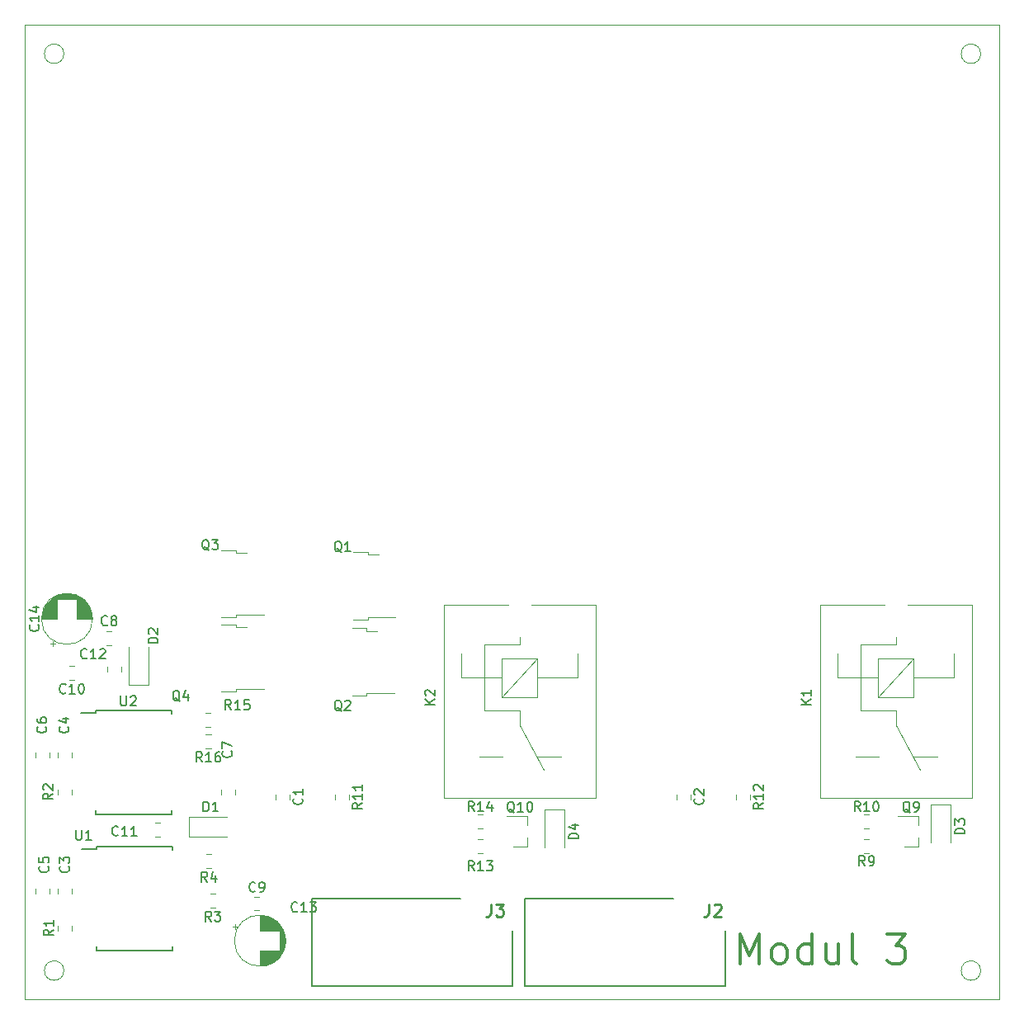
<source format=gbr>
%TF.GenerationSoftware,KiCad,Pcbnew,(5.0.0)*%
%TF.CreationDate,2020-03-24T12:13:02+01:00*%
%TF.ProjectId,Schaltplan_Modul3,536368616C74706C616E5F4D6F64756C,rev?*%
%TF.SameCoordinates,Original*%
%TF.FileFunction,Legend,Top*%
%TF.FilePolarity,Positive*%
%FSLAX46Y46*%
G04 Gerber Fmt 4.6, Leading zero omitted, Abs format (unit mm)*
G04 Created by KiCad (PCBNEW (5.0.0)) date 03/24/20 12:13:02*
%MOMM*%
%LPD*%
G01*
G04 APERTURE LIST*
%ADD10C,0.300000*%
%ADD11C,0.100000*%
%ADD12C,0.120000*%
%ADD13C,0.200000*%
%ADD14C,0.150000*%
%ADD15C,0.254000*%
G04 APERTURE END LIST*
D10*
X164215428Y-141997142D02*
X164215428Y-138997142D01*
X165215428Y-141140000D01*
X166215428Y-138997142D01*
X166215428Y-141997142D01*
X168072571Y-141997142D02*
X167786857Y-141854285D01*
X167644000Y-141711428D01*
X167501142Y-141425714D01*
X167501142Y-140568571D01*
X167644000Y-140282857D01*
X167786857Y-140140000D01*
X168072571Y-139997142D01*
X168501142Y-139997142D01*
X168786857Y-140140000D01*
X168929714Y-140282857D01*
X169072571Y-140568571D01*
X169072571Y-141425714D01*
X168929714Y-141711428D01*
X168786857Y-141854285D01*
X168501142Y-141997142D01*
X168072571Y-141997142D01*
X171644000Y-141997142D02*
X171644000Y-138997142D01*
X171644000Y-141854285D02*
X171358285Y-141997142D01*
X170786857Y-141997142D01*
X170501142Y-141854285D01*
X170358285Y-141711428D01*
X170215428Y-141425714D01*
X170215428Y-140568571D01*
X170358285Y-140282857D01*
X170501142Y-140140000D01*
X170786857Y-139997142D01*
X171358285Y-139997142D01*
X171644000Y-140140000D01*
X174358285Y-139997142D02*
X174358285Y-141997142D01*
X173072571Y-139997142D02*
X173072571Y-141568571D01*
X173215428Y-141854285D01*
X173501142Y-141997142D01*
X173929714Y-141997142D01*
X174215428Y-141854285D01*
X174358285Y-141711428D01*
X176215428Y-141997142D02*
X175929714Y-141854285D01*
X175786857Y-141568571D01*
X175786857Y-138997142D01*
X179358285Y-138997142D02*
X181215428Y-138997142D01*
X180215428Y-140140000D01*
X180644000Y-140140000D01*
X180929714Y-140282857D01*
X181072571Y-140425714D01*
X181215428Y-140711428D01*
X181215428Y-141425714D01*
X181072571Y-141711428D01*
X180929714Y-141854285D01*
X180644000Y-141997142D01*
X179786857Y-141997142D01*
X179501142Y-141854285D01*
X179358285Y-141711428D01*
D11*
X94856000Y-142720000D02*
G75*
G03X94856000Y-142720000I-1000000J0D01*
G01*
X188932000Y-142720000D02*
G75*
G03X188932000Y-142720000I-1000000J0D01*
G01*
X188932000Y-48644000D02*
G75*
G03X188932000Y-48644000I-1000000J0D01*
G01*
X94856000Y-48644000D02*
G75*
G03X94856000Y-48644000I-1000000J0D01*
G01*
X190856000Y-45644000D02*
X190856000Y-145644000D01*
X90856000Y-45644000D02*
X90856000Y-145644000D01*
X90856000Y-145644000D02*
X190856000Y-145644000D01*
X90856000Y-45644000D02*
X190856000Y-45644000D01*
D12*
%TO.C,R16*%
X109939578Y-118484000D02*
X109422422Y-118484000D01*
X109939578Y-119904000D02*
X109422422Y-119904000D01*
%TO.C,R15*%
X109864578Y-116259000D02*
X109347422Y-116259000D01*
X109864578Y-117679000D02*
X109347422Y-117679000D01*
%TO.C,R4*%
X109989078Y-130786000D02*
X109471922Y-130786000D01*
X109989078Y-132206000D02*
X109471922Y-132206000D01*
%TO.C,R3*%
X110418578Y-134850000D02*
X109901422Y-134850000D01*
X110418578Y-136270000D02*
X109901422Y-136270000D01*
D13*
%TO.C,J2*%
X157404000Y-135328000D02*
X142114000Y-135328000D01*
X142114000Y-135328000D02*
X142114000Y-144278000D01*
X142114000Y-144278000D02*
X162734000Y-144278000D01*
X162734000Y-144278000D02*
X162734000Y-138608000D01*
D12*
%TO.C,R14*%
X137850578Y-126722000D02*
X137333422Y-126722000D01*
X137850578Y-128142000D02*
X137333422Y-128142000D01*
%TO.C,R9*%
X176957422Y-130682000D02*
X177474578Y-130682000D01*
X176957422Y-129262000D02*
X177474578Y-129262000D01*
%TO.C,R10*%
X177474578Y-126722000D02*
X176957422Y-126722000D01*
X177474578Y-128142000D02*
X176957422Y-128142000D01*
%TO.C,R11*%
X122658000Y-124633422D02*
X122658000Y-125150578D01*
X124078000Y-124633422D02*
X124078000Y-125150578D01*
%TO.C,R12*%
X163806000Y-124633422D02*
X163806000Y-125150578D01*
X165226000Y-124633422D02*
X165226000Y-125150578D01*
%TO.C,R13*%
X137333422Y-130682000D02*
X137850578Y-130682000D01*
X137333422Y-129262000D02*
X137850578Y-129262000D01*
%TO.C,K2*%
X139806000Y-114654000D02*
X139806000Y-110654000D01*
X143406000Y-114654000D02*
X139806000Y-114654000D01*
X143406000Y-110654000D02*
X143406000Y-114654000D01*
X139806000Y-110654000D02*
X143406000Y-110654000D01*
X139806000Y-114654000D02*
X143406000Y-110654000D01*
X139806000Y-112654000D02*
X135606000Y-112654000D01*
X147606000Y-112654000D02*
X143406000Y-112654000D01*
X141606000Y-109254000D02*
X138006000Y-109254000D01*
X141606000Y-116054000D02*
X138006000Y-116054000D01*
X138006000Y-116054000D02*
X138006000Y-109254000D01*
X141606000Y-117554000D02*
X144106000Y-122154000D01*
X141606000Y-116054000D02*
X141606000Y-117554000D01*
X147606000Y-112654000D02*
X147606000Y-110154000D01*
X141606000Y-109254000D02*
X141606000Y-108454000D01*
X135606000Y-110154000D02*
X135606000Y-112654000D01*
X145856000Y-120754000D02*
X143356000Y-120754000D01*
X137456000Y-120754000D02*
X139906000Y-120754000D01*
X133856000Y-125004000D02*
X133856000Y-105204000D01*
X149456000Y-125004000D02*
X133856000Y-125004000D01*
X149456000Y-105204000D02*
X149456000Y-125004000D01*
X149456000Y-105204000D02*
X142856000Y-105204000D01*
X140456000Y-105204000D02*
X133856000Y-105204000D01*
%TO.C,K1*%
X178414000Y-114654000D02*
X178414000Y-110654000D01*
X182014000Y-114654000D02*
X178414000Y-114654000D01*
X182014000Y-110654000D02*
X182014000Y-114654000D01*
X178414000Y-110654000D02*
X182014000Y-110654000D01*
X178414000Y-114654000D02*
X182014000Y-110654000D01*
X178414000Y-112654000D02*
X174214000Y-112654000D01*
X186214000Y-112654000D02*
X182014000Y-112654000D01*
X180214000Y-109254000D02*
X176614000Y-109254000D01*
X180214000Y-116054000D02*
X176614000Y-116054000D01*
X176614000Y-116054000D02*
X176614000Y-109254000D01*
X180214000Y-117554000D02*
X182714000Y-122154000D01*
X180214000Y-116054000D02*
X180214000Y-117554000D01*
X186214000Y-112654000D02*
X186214000Y-110154000D01*
X180214000Y-109254000D02*
X180214000Y-108454000D01*
X174214000Y-110154000D02*
X174214000Y-112654000D01*
X184464000Y-120754000D02*
X181964000Y-120754000D01*
X176064000Y-120754000D02*
X178514000Y-120754000D01*
X172464000Y-125004000D02*
X172464000Y-105204000D01*
X188064000Y-125004000D02*
X172464000Y-125004000D01*
X188064000Y-105204000D02*
X188064000Y-125004000D01*
X188064000Y-105204000D02*
X181464000Y-105204000D01*
X179064000Y-105204000D02*
X172464000Y-105204000D01*
%TO.C,Q10*%
X142416000Y-130028000D02*
X140956000Y-130028000D01*
X142416000Y-126868000D02*
X140256000Y-126868000D01*
X142416000Y-126868000D02*
X142416000Y-127798000D01*
X142416000Y-130028000D02*
X142416000Y-129098000D01*
%TO.C,Q9*%
X182548000Y-130028000D02*
X181088000Y-130028000D01*
X182548000Y-126868000D02*
X180388000Y-126868000D01*
X182548000Y-126868000D02*
X182548000Y-127798000D01*
X182548000Y-130028000D02*
X182548000Y-129098000D01*
%TO.C,D4*%
X146212000Y-126198000D02*
X146212000Y-130098000D01*
X144212000Y-126198000D02*
X144212000Y-130098000D01*
X146212000Y-126198000D02*
X144212000Y-126198000D01*
%TO.C,D3*%
X185836000Y-125690000D02*
X185836000Y-129590000D01*
X183836000Y-125690000D02*
X183836000Y-129590000D01*
X185836000Y-125690000D02*
X183836000Y-125690000D01*
%TO.C,C2*%
X157710000Y-124633422D02*
X157710000Y-125150578D01*
X159130000Y-124633422D02*
X159130000Y-125150578D01*
%TO.C,C1*%
X116562000Y-124633422D02*
X116562000Y-125150578D01*
X117982000Y-124633422D02*
X117982000Y-125150578D01*
D13*
%TO.C,J3*%
X135560000Y-135328000D02*
X120270000Y-135328000D01*
X120270000Y-135328000D02*
X120270000Y-144278000D01*
X120270000Y-144278000D02*
X140890000Y-144278000D01*
X140890000Y-144278000D02*
X140890000Y-138608000D01*
D12*
%TO.C,R2*%
X95630000Y-124642578D02*
X95630000Y-124125422D01*
X94210000Y-124642578D02*
X94210000Y-124125422D01*
%TO.C,R1*%
X95684000Y-138612578D02*
X95684000Y-138095422D01*
X94264000Y-138612578D02*
X94264000Y-138095422D01*
%TO.C,Q4*%
X112526000Y-107464000D02*
X113626000Y-107464000D01*
X112526000Y-107194000D02*
X112526000Y-107464000D01*
X111026000Y-107194000D02*
X112526000Y-107194000D01*
X112526000Y-113824000D02*
X115356000Y-113824000D01*
X112526000Y-114094000D02*
X112526000Y-113824000D01*
X111026000Y-114094000D02*
X112526000Y-114094000D01*
%TO.C,Q3*%
X112526000Y-99864000D02*
X113626000Y-99864000D01*
X112526000Y-99594000D02*
X112526000Y-99864000D01*
X111026000Y-99594000D02*
X112526000Y-99594000D01*
X112526000Y-106224000D02*
X115356000Y-106224000D01*
X112526000Y-106494000D02*
X112526000Y-106224000D01*
X111026000Y-106494000D02*
X112526000Y-106494000D01*
%TO.C,Q2*%
X125926000Y-107864000D02*
X127026000Y-107864000D01*
X125926000Y-107594000D02*
X125926000Y-107864000D01*
X124426000Y-107594000D02*
X125926000Y-107594000D01*
X125926000Y-114224000D02*
X128756000Y-114224000D01*
X125926000Y-114494000D02*
X125926000Y-114224000D01*
X124426000Y-114494000D02*
X125926000Y-114494000D01*
%TO.C,Q1*%
X126026000Y-100064000D02*
X127126000Y-100064000D01*
X126026000Y-99794000D02*
X126026000Y-100064000D01*
X124526000Y-99794000D02*
X126026000Y-99794000D01*
X126026000Y-106424000D02*
X128856000Y-106424000D01*
X126026000Y-106694000D02*
X126026000Y-106424000D01*
X124526000Y-106694000D02*
X126026000Y-106694000D01*
D14*
%TO.C,U2*%
X98157000Y-116286000D02*
X96632000Y-116286000D01*
X98157000Y-126661000D02*
X105907000Y-126661000D01*
X98157000Y-116011000D02*
X105907000Y-116011000D01*
X98157000Y-126661000D02*
X98157000Y-126306000D01*
X105907000Y-126661000D02*
X105907000Y-126306000D01*
X105907000Y-116011000D02*
X105907000Y-116366000D01*
X98157000Y-116011000D02*
X98157000Y-116286000D01*
%TO.C,U1*%
X98211000Y-130256000D02*
X96686000Y-130256000D01*
X98211000Y-140631000D02*
X105961000Y-140631000D01*
X98211000Y-129981000D02*
X105961000Y-129981000D01*
X98211000Y-140631000D02*
X98211000Y-140276000D01*
X105961000Y-140631000D02*
X105961000Y-140276000D01*
X105961000Y-129981000D02*
X105961000Y-130336000D01*
X98211000Y-129981000D02*
X98211000Y-130256000D01*
D12*
%TO.C,D2*%
X101540000Y-113426000D02*
X101540000Y-109526000D01*
X103540000Y-113426000D02*
X103540000Y-109526000D01*
X101540000Y-113426000D02*
X103540000Y-113426000D01*
%TO.C,D1*%
X107656000Y-126940000D02*
X111556000Y-126940000D01*
X107656000Y-128940000D02*
X111556000Y-128940000D01*
X107656000Y-126940000D02*
X107656000Y-128940000D01*
%TO.C,C13*%
X112415225Y-137919000D02*
X112415225Y-138419000D01*
X112165225Y-138169000D02*
X112665225Y-138169000D01*
X117571000Y-139360000D02*
X117571000Y-139928000D01*
X117531000Y-139126000D02*
X117531000Y-140162000D01*
X117491000Y-138967000D02*
X117491000Y-140321000D01*
X117451000Y-138839000D02*
X117451000Y-140449000D01*
X117411000Y-138729000D02*
X117411000Y-140559000D01*
X117371000Y-138633000D02*
X117371000Y-140655000D01*
X117331000Y-138546000D02*
X117331000Y-140742000D01*
X117291000Y-138466000D02*
X117291000Y-140822000D01*
X117251000Y-138393000D02*
X117251000Y-140895000D01*
X117211000Y-138325000D02*
X117211000Y-140963000D01*
X117171000Y-138261000D02*
X117171000Y-141027000D01*
X117131000Y-138201000D02*
X117131000Y-141087000D01*
X117091000Y-138144000D02*
X117091000Y-141144000D01*
X117051000Y-138090000D02*
X117051000Y-141198000D01*
X117011000Y-138039000D02*
X117011000Y-141249000D01*
X116971000Y-140684000D02*
X116971000Y-141297000D01*
X116971000Y-137991000D02*
X116971000Y-138604000D01*
X116931000Y-140684000D02*
X116931000Y-141343000D01*
X116931000Y-137945000D02*
X116931000Y-138604000D01*
X116891000Y-140684000D02*
X116891000Y-141387000D01*
X116891000Y-137901000D02*
X116891000Y-138604000D01*
X116851000Y-140684000D02*
X116851000Y-141429000D01*
X116851000Y-137859000D02*
X116851000Y-138604000D01*
X116811000Y-140684000D02*
X116811000Y-141470000D01*
X116811000Y-137818000D02*
X116811000Y-138604000D01*
X116771000Y-140684000D02*
X116771000Y-141508000D01*
X116771000Y-137780000D02*
X116771000Y-138604000D01*
X116731000Y-140684000D02*
X116731000Y-141545000D01*
X116731000Y-137743000D02*
X116731000Y-138604000D01*
X116691000Y-140684000D02*
X116691000Y-141581000D01*
X116691000Y-137707000D02*
X116691000Y-138604000D01*
X116651000Y-140684000D02*
X116651000Y-141615000D01*
X116651000Y-137673000D02*
X116651000Y-138604000D01*
X116611000Y-140684000D02*
X116611000Y-141648000D01*
X116611000Y-137640000D02*
X116611000Y-138604000D01*
X116571000Y-140684000D02*
X116571000Y-141679000D01*
X116571000Y-137609000D02*
X116571000Y-138604000D01*
X116531000Y-140684000D02*
X116531000Y-141709000D01*
X116531000Y-137579000D02*
X116531000Y-138604000D01*
X116491000Y-140684000D02*
X116491000Y-141739000D01*
X116491000Y-137549000D02*
X116491000Y-138604000D01*
X116451000Y-140684000D02*
X116451000Y-141766000D01*
X116451000Y-137522000D02*
X116451000Y-138604000D01*
X116411000Y-140684000D02*
X116411000Y-141793000D01*
X116411000Y-137495000D02*
X116411000Y-138604000D01*
X116371000Y-140684000D02*
X116371000Y-141819000D01*
X116371000Y-137469000D02*
X116371000Y-138604000D01*
X116331000Y-140684000D02*
X116331000Y-141844000D01*
X116331000Y-137444000D02*
X116331000Y-138604000D01*
X116291000Y-140684000D02*
X116291000Y-141868000D01*
X116291000Y-137420000D02*
X116291000Y-138604000D01*
X116251000Y-140684000D02*
X116251000Y-141891000D01*
X116251000Y-137397000D02*
X116251000Y-138604000D01*
X116211000Y-140684000D02*
X116211000Y-141912000D01*
X116211000Y-137376000D02*
X116211000Y-138604000D01*
X116171000Y-140684000D02*
X116171000Y-141934000D01*
X116171000Y-137354000D02*
X116171000Y-138604000D01*
X116131000Y-140684000D02*
X116131000Y-141954000D01*
X116131000Y-137334000D02*
X116131000Y-138604000D01*
X116091000Y-140684000D02*
X116091000Y-141973000D01*
X116091000Y-137315000D02*
X116091000Y-138604000D01*
X116051000Y-140684000D02*
X116051000Y-141992000D01*
X116051000Y-137296000D02*
X116051000Y-138604000D01*
X116011000Y-140684000D02*
X116011000Y-142009000D01*
X116011000Y-137279000D02*
X116011000Y-138604000D01*
X115971000Y-140684000D02*
X115971000Y-142026000D01*
X115971000Y-137262000D02*
X115971000Y-138604000D01*
X115931000Y-140684000D02*
X115931000Y-142042000D01*
X115931000Y-137246000D02*
X115931000Y-138604000D01*
X115891000Y-140684000D02*
X115891000Y-142058000D01*
X115891000Y-137230000D02*
X115891000Y-138604000D01*
X115851000Y-140684000D02*
X115851000Y-142072000D01*
X115851000Y-137216000D02*
X115851000Y-138604000D01*
X115811000Y-140684000D02*
X115811000Y-142086000D01*
X115811000Y-137202000D02*
X115811000Y-138604000D01*
X115771000Y-140684000D02*
X115771000Y-142099000D01*
X115771000Y-137189000D02*
X115771000Y-138604000D01*
X115731000Y-140684000D02*
X115731000Y-142112000D01*
X115731000Y-137176000D02*
X115731000Y-138604000D01*
X115691000Y-140684000D02*
X115691000Y-142124000D01*
X115691000Y-137164000D02*
X115691000Y-138604000D01*
X115650000Y-140684000D02*
X115650000Y-142135000D01*
X115650000Y-137153000D02*
X115650000Y-138604000D01*
X115610000Y-140684000D02*
X115610000Y-142145000D01*
X115610000Y-137143000D02*
X115610000Y-138604000D01*
X115570000Y-140684000D02*
X115570000Y-142155000D01*
X115570000Y-137133000D02*
X115570000Y-138604000D01*
X115530000Y-140684000D02*
X115530000Y-142164000D01*
X115530000Y-137124000D02*
X115530000Y-138604000D01*
X115490000Y-140684000D02*
X115490000Y-142172000D01*
X115490000Y-137116000D02*
X115490000Y-138604000D01*
X115450000Y-140684000D02*
X115450000Y-142180000D01*
X115450000Y-137108000D02*
X115450000Y-138604000D01*
X115410000Y-140684000D02*
X115410000Y-142187000D01*
X115410000Y-137101000D02*
X115410000Y-138604000D01*
X115370000Y-140684000D02*
X115370000Y-142194000D01*
X115370000Y-137094000D02*
X115370000Y-138604000D01*
X115330000Y-140684000D02*
X115330000Y-142200000D01*
X115330000Y-137088000D02*
X115330000Y-138604000D01*
X115290000Y-140684000D02*
X115290000Y-142205000D01*
X115290000Y-137083000D02*
X115290000Y-138604000D01*
X115250000Y-140684000D02*
X115250000Y-142209000D01*
X115250000Y-137079000D02*
X115250000Y-138604000D01*
X115210000Y-140684000D02*
X115210000Y-142213000D01*
X115210000Y-137075000D02*
X115210000Y-138604000D01*
X115170000Y-140684000D02*
X115170000Y-142217000D01*
X115170000Y-137071000D02*
X115170000Y-138604000D01*
X115130000Y-140684000D02*
X115130000Y-142220000D01*
X115130000Y-137068000D02*
X115130000Y-138604000D01*
X115090000Y-140684000D02*
X115090000Y-142222000D01*
X115090000Y-137066000D02*
X115090000Y-138604000D01*
X115050000Y-140684000D02*
X115050000Y-142223000D01*
X115050000Y-137065000D02*
X115050000Y-138604000D01*
X115010000Y-137064000D02*
X115010000Y-138604000D01*
X115010000Y-140684000D02*
X115010000Y-142224000D01*
X114970000Y-137064000D02*
X114970000Y-138604000D01*
X114970000Y-140684000D02*
X114970000Y-142224000D01*
X117590000Y-139644000D02*
G75*
G03X117590000Y-139644000I-2620000J0D01*
G01*
%TO.C,C14*%
X93449000Y-109174775D02*
X93949000Y-109174775D01*
X93699000Y-109424775D02*
X93699000Y-108924775D01*
X94890000Y-104019000D02*
X95458000Y-104019000D01*
X94656000Y-104059000D02*
X95692000Y-104059000D01*
X94497000Y-104099000D02*
X95851000Y-104099000D01*
X94369000Y-104139000D02*
X95979000Y-104139000D01*
X94259000Y-104179000D02*
X96089000Y-104179000D01*
X94163000Y-104219000D02*
X96185000Y-104219000D01*
X94076000Y-104259000D02*
X96272000Y-104259000D01*
X93996000Y-104299000D02*
X96352000Y-104299000D01*
X93923000Y-104339000D02*
X96425000Y-104339000D01*
X93855000Y-104379000D02*
X96493000Y-104379000D01*
X93791000Y-104419000D02*
X96557000Y-104419000D01*
X93731000Y-104459000D02*
X96617000Y-104459000D01*
X93674000Y-104499000D02*
X96674000Y-104499000D01*
X93620000Y-104539000D02*
X96728000Y-104539000D01*
X93569000Y-104579000D02*
X96779000Y-104579000D01*
X96214000Y-104619000D02*
X96827000Y-104619000D01*
X93521000Y-104619000D02*
X94134000Y-104619000D01*
X96214000Y-104659000D02*
X96873000Y-104659000D01*
X93475000Y-104659000D02*
X94134000Y-104659000D01*
X96214000Y-104699000D02*
X96917000Y-104699000D01*
X93431000Y-104699000D02*
X94134000Y-104699000D01*
X96214000Y-104739000D02*
X96959000Y-104739000D01*
X93389000Y-104739000D02*
X94134000Y-104739000D01*
X96214000Y-104779000D02*
X97000000Y-104779000D01*
X93348000Y-104779000D02*
X94134000Y-104779000D01*
X96214000Y-104819000D02*
X97038000Y-104819000D01*
X93310000Y-104819000D02*
X94134000Y-104819000D01*
X96214000Y-104859000D02*
X97075000Y-104859000D01*
X93273000Y-104859000D02*
X94134000Y-104859000D01*
X96214000Y-104899000D02*
X97111000Y-104899000D01*
X93237000Y-104899000D02*
X94134000Y-104899000D01*
X96214000Y-104939000D02*
X97145000Y-104939000D01*
X93203000Y-104939000D02*
X94134000Y-104939000D01*
X96214000Y-104979000D02*
X97178000Y-104979000D01*
X93170000Y-104979000D02*
X94134000Y-104979000D01*
X96214000Y-105019000D02*
X97209000Y-105019000D01*
X93139000Y-105019000D02*
X94134000Y-105019000D01*
X96214000Y-105059000D02*
X97239000Y-105059000D01*
X93109000Y-105059000D02*
X94134000Y-105059000D01*
X96214000Y-105099000D02*
X97269000Y-105099000D01*
X93079000Y-105099000D02*
X94134000Y-105099000D01*
X96214000Y-105139000D02*
X97296000Y-105139000D01*
X93052000Y-105139000D02*
X94134000Y-105139000D01*
X96214000Y-105179000D02*
X97323000Y-105179000D01*
X93025000Y-105179000D02*
X94134000Y-105179000D01*
X96214000Y-105219000D02*
X97349000Y-105219000D01*
X92999000Y-105219000D02*
X94134000Y-105219000D01*
X96214000Y-105259000D02*
X97374000Y-105259000D01*
X92974000Y-105259000D02*
X94134000Y-105259000D01*
X96214000Y-105299000D02*
X97398000Y-105299000D01*
X92950000Y-105299000D02*
X94134000Y-105299000D01*
X96214000Y-105339000D02*
X97421000Y-105339000D01*
X92927000Y-105339000D02*
X94134000Y-105339000D01*
X96214000Y-105379000D02*
X97442000Y-105379000D01*
X92906000Y-105379000D02*
X94134000Y-105379000D01*
X96214000Y-105419000D02*
X97464000Y-105419000D01*
X92884000Y-105419000D02*
X94134000Y-105419000D01*
X96214000Y-105459000D02*
X97484000Y-105459000D01*
X92864000Y-105459000D02*
X94134000Y-105459000D01*
X96214000Y-105499000D02*
X97503000Y-105499000D01*
X92845000Y-105499000D02*
X94134000Y-105499000D01*
X96214000Y-105539000D02*
X97522000Y-105539000D01*
X92826000Y-105539000D02*
X94134000Y-105539000D01*
X96214000Y-105579000D02*
X97539000Y-105579000D01*
X92809000Y-105579000D02*
X94134000Y-105579000D01*
X96214000Y-105619000D02*
X97556000Y-105619000D01*
X92792000Y-105619000D02*
X94134000Y-105619000D01*
X96214000Y-105659000D02*
X97572000Y-105659000D01*
X92776000Y-105659000D02*
X94134000Y-105659000D01*
X96214000Y-105699000D02*
X97588000Y-105699000D01*
X92760000Y-105699000D02*
X94134000Y-105699000D01*
X96214000Y-105739000D02*
X97602000Y-105739000D01*
X92746000Y-105739000D02*
X94134000Y-105739000D01*
X96214000Y-105779000D02*
X97616000Y-105779000D01*
X92732000Y-105779000D02*
X94134000Y-105779000D01*
X96214000Y-105819000D02*
X97629000Y-105819000D01*
X92719000Y-105819000D02*
X94134000Y-105819000D01*
X96214000Y-105859000D02*
X97642000Y-105859000D01*
X92706000Y-105859000D02*
X94134000Y-105859000D01*
X96214000Y-105899000D02*
X97654000Y-105899000D01*
X92694000Y-105899000D02*
X94134000Y-105899000D01*
X96214000Y-105940000D02*
X97665000Y-105940000D01*
X92683000Y-105940000D02*
X94134000Y-105940000D01*
X96214000Y-105980000D02*
X97675000Y-105980000D01*
X92673000Y-105980000D02*
X94134000Y-105980000D01*
X96214000Y-106020000D02*
X97685000Y-106020000D01*
X92663000Y-106020000D02*
X94134000Y-106020000D01*
X96214000Y-106060000D02*
X97694000Y-106060000D01*
X92654000Y-106060000D02*
X94134000Y-106060000D01*
X96214000Y-106100000D02*
X97702000Y-106100000D01*
X92646000Y-106100000D02*
X94134000Y-106100000D01*
X96214000Y-106140000D02*
X97710000Y-106140000D01*
X92638000Y-106140000D02*
X94134000Y-106140000D01*
X96214000Y-106180000D02*
X97717000Y-106180000D01*
X92631000Y-106180000D02*
X94134000Y-106180000D01*
X96214000Y-106220000D02*
X97724000Y-106220000D01*
X92624000Y-106220000D02*
X94134000Y-106220000D01*
X96214000Y-106260000D02*
X97730000Y-106260000D01*
X92618000Y-106260000D02*
X94134000Y-106260000D01*
X96214000Y-106300000D02*
X97735000Y-106300000D01*
X92613000Y-106300000D02*
X94134000Y-106300000D01*
X96214000Y-106340000D02*
X97739000Y-106340000D01*
X92609000Y-106340000D02*
X94134000Y-106340000D01*
X96214000Y-106380000D02*
X97743000Y-106380000D01*
X92605000Y-106380000D02*
X94134000Y-106380000D01*
X96214000Y-106420000D02*
X97747000Y-106420000D01*
X92601000Y-106420000D02*
X94134000Y-106420000D01*
X96214000Y-106460000D02*
X97750000Y-106460000D01*
X92598000Y-106460000D02*
X94134000Y-106460000D01*
X96214000Y-106500000D02*
X97752000Y-106500000D01*
X92596000Y-106500000D02*
X94134000Y-106500000D01*
X96214000Y-106540000D02*
X97753000Y-106540000D01*
X92595000Y-106540000D02*
X94134000Y-106540000D01*
X92594000Y-106580000D02*
X94134000Y-106580000D01*
X96214000Y-106580000D02*
X97754000Y-106580000D01*
X92594000Y-106620000D02*
X94134000Y-106620000D01*
X96214000Y-106620000D02*
X97754000Y-106620000D01*
X97794000Y-106620000D02*
G75*
G03X97794000Y-106620000I-2620000J0D01*
G01*
%TO.C,C3*%
X94264000Y-134285422D02*
X94264000Y-134802578D01*
X95684000Y-134285422D02*
X95684000Y-134802578D01*
%TO.C,C4*%
X94210000Y-120315422D02*
X94210000Y-120832578D01*
X95630000Y-120315422D02*
X95630000Y-120832578D01*
%TO.C,C5*%
X91924000Y-134285422D02*
X91924000Y-134802578D01*
X93344000Y-134285422D02*
X93344000Y-134802578D01*
%TO.C,C6*%
X91924000Y-120315422D02*
X91924000Y-120832578D01*
X93344000Y-120315422D02*
X93344000Y-120832578D01*
%TO.C,C7*%
X112394000Y-124642578D02*
X112394000Y-124125422D01*
X110974000Y-124642578D02*
X110974000Y-124125422D01*
%TO.C,C8*%
X99750578Y-107926000D02*
X99233422Y-107926000D01*
X99750578Y-109346000D02*
X99233422Y-109346000D01*
%TO.C,C9*%
X114397422Y-136554000D02*
X114914578Y-136554000D01*
X114397422Y-135134000D02*
X114914578Y-135134000D01*
%TO.C,C10*%
X95940578Y-111482000D02*
X95423422Y-111482000D01*
X95940578Y-112902000D02*
X95423422Y-112902000D01*
%TO.C,C11*%
X104714578Y-127534000D02*
X104197422Y-127534000D01*
X104714578Y-128954000D02*
X104197422Y-128954000D01*
%TO.C,C12*%
X100710000Y-112021078D02*
X100710000Y-111503922D01*
X99290000Y-112021078D02*
X99290000Y-111503922D01*
%TD*%
%TO.C,R16*%
D14*
X109038142Y-121296380D02*
X108704809Y-120820190D01*
X108466714Y-121296380D02*
X108466714Y-120296380D01*
X108847666Y-120296380D01*
X108942904Y-120344000D01*
X108990523Y-120391619D01*
X109038142Y-120486857D01*
X109038142Y-120629714D01*
X108990523Y-120724952D01*
X108942904Y-120772571D01*
X108847666Y-120820190D01*
X108466714Y-120820190D01*
X109990523Y-121296380D02*
X109419095Y-121296380D01*
X109704809Y-121296380D02*
X109704809Y-120296380D01*
X109609571Y-120439238D01*
X109514333Y-120534476D01*
X109419095Y-120582095D01*
X110847666Y-120296380D02*
X110657190Y-120296380D01*
X110561952Y-120344000D01*
X110514333Y-120391619D01*
X110419095Y-120534476D01*
X110371476Y-120724952D01*
X110371476Y-121105904D01*
X110419095Y-121201142D01*
X110466714Y-121248761D01*
X110561952Y-121296380D01*
X110752428Y-121296380D01*
X110847666Y-121248761D01*
X110895285Y-121201142D01*
X110942904Y-121105904D01*
X110942904Y-120867809D01*
X110895285Y-120772571D01*
X110847666Y-120724952D01*
X110752428Y-120677333D01*
X110561952Y-120677333D01*
X110466714Y-120724952D01*
X110419095Y-120772571D01*
X110371476Y-120867809D01*
%TO.C,R15*%
X112013142Y-115946380D02*
X111679809Y-115470190D01*
X111441714Y-115946380D02*
X111441714Y-114946380D01*
X111822666Y-114946380D01*
X111917904Y-114994000D01*
X111965523Y-115041619D01*
X112013142Y-115136857D01*
X112013142Y-115279714D01*
X111965523Y-115374952D01*
X111917904Y-115422571D01*
X111822666Y-115470190D01*
X111441714Y-115470190D01*
X112965523Y-115946380D02*
X112394095Y-115946380D01*
X112679809Y-115946380D02*
X112679809Y-114946380D01*
X112584571Y-115089238D01*
X112489333Y-115184476D01*
X112394095Y-115232095D01*
X113870285Y-114946380D02*
X113394095Y-114946380D01*
X113346476Y-115422571D01*
X113394095Y-115374952D01*
X113489333Y-115327333D01*
X113727428Y-115327333D01*
X113822666Y-115374952D01*
X113870285Y-115422571D01*
X113917904Y-115517809D01*
X113917904Y-115755904D01*
X113870285Y-115851142D01*
X113822666Y-115898761D01*
X113727428Y-115946380D01*
X113489333Y-115946380D01*
X113394095Y-115898761D01*
X113346476Y-115851142D01*
%TO.C,R4*%
X109563833Y-133598380D02*
X109230500Y-133122190D01*
X108992404Y-133598380D02*
X108992404Y-132598380D01*
X109373357Y-132598380D01*
X109468595Y-132646000D01*
X109516214Y-132693619D01*
X109563833Y-132788857D01*
X109563833Y-132931714D01*
X109516214Y-133026952D01*
X109468595Y-133074571D01*
X109373357Y-133122190D01*
X108992404Y-133122190D01*
X110420976Y-132931714D02*
X110420976Y-133598380D01*
X110182880Y-132550761D02*
X109944785Y-133265047D01*
X110563833Y-133265047D01*
%TO.C,R3*%
X109993333Y-137662380D02*
X109660000Y-137186190D01*
X109421904Y-137662380D02*
X109421904Y-136662380D01*
X109802857Y-136662380D01*
X109898095Y-136710000D01*
X109945714Y-136757619D01*
X109993333Y-136852857D01*
X109993333Y-136995714D01*
X109945714Y-137090952D01*
X109898095Y-137138571D01*
X109802857Y-137186190D01*
X109421904Y-137186190D01*
X110326666Y-136662380D02*
X110945714Y-136662380D01*
X110612380Y-137043333D01*
X110755238Y-137043333D01*
X110850476Y-137090952D01*
X110898095Y-137138571D01*
X110945714Y-137233809D01*
X110945714Y-137471904D01*
X110898095Y-137567142D01*
X110850476Y-137614761D01*
X110755238Y-137662380D01*
X110469523Y-137662380D01*
X110374285Y-137614761D01*
X110326666Y-137567142D01*
%TO.C,J2*%
D15*
X161044666Y-135880523D02*
X161044666Y-136787666D01*
X160984190Y-136969095D01*
X160863238Y-137090047D01*
X160681809Y-137150523D01*
X160560857Y-137150523D01*
X161588952Y-136001476D02*
X161649428Y-135941000D01*
X161770380Y-135880523D01*
X162072761Y-135880523D01*
X162193714Y-135941000D01*
X162254190Y-136001476D01*
X162314666Y-136122428D01*
X162314666Y-136243380D01*
X162254190Y-136424809D01*
X161528476Y-137150523D01*
X162314666Y-137150523D01*
%TO.C,R14*%
D14*
X136949142Y-126360380D02*
X136615809Y-125884190D01*
X136377714Y-126360380D02*
X136377714Y-125360380D01*
X136758666Y-125360380D01*
X136853904Y-125408000D01*
X136901523Y-125455619D01*
X136949142Y-125550857D01*
X136949142Y-125693714D01*
X136901523Y-125788952D01*
X136853904Y-125836571D01*
X136758666Y-125884190D01*
X136377714Y-125884190D01*
X137901523Y-126360380D02*
X137330095Y-126360380D01*
X137615809Y-126360380D02*
X137615809Y-125360380D01*
X137520571Y-125503238D01*
X137425333Y-125598476D01*
X137330095Y-125646095D01*
X138758666Y-125693714D02*
X138758666Y-126360380D01*
X138520571Y-125312761D02*
X138282476Y-126027047D01*
X138901523Y-126027047D01*
%TO.C,R9*%
X177049333Y-131948380D02*
X176716000Y-131472190D01*
X176477904Y-131948380D02*
X176477904Y-130948380D01*
X176858857Y-130948380D01*
X176954095Y-130996000D01*
X177001714Y-131043619D01*
X177049333Y-131138857D01*
X177049333Y-131281714D01*
X177001714Y-131376952D01*
X176954095Y-131424571D01*
X176858857Y-131472190D01*
X176477904Y-131472190D01*
X177525523Y-131948380D02*
X177716000Y-131948380D01*
X177811238Y-131900761D01*
X177858857Y-131853142D01*
X177954095Y-131710285D01*
X178001714Y-131519809D01*
X178001714Y-131138857D01*
X177954095Y-131043619D01*
X177906476Y-130996000D01*
X177811238Y-130948380D01*
X177620761Y-130948380D01*
X177525523Y-130996000D01*
X177477904Y-131043619D01*
X177430285Y-131138857D01*
X177430285Y-131376952D01*
X177477904Y-131472190D01*
X177525523Y-131519809D01*
X177620761Y-131567428D01*
X177811238Y-131567428D01*
X177906476Y-131519809D01*
X177954095Y-131472190D01*
X178001714Y-131376952D01*
%TO.C,R10*%
X176573142Y-126360380D02*
X176239809Y-125884190D01*
X176001714Y-126360380D02*
X176001714Y-125360380D01*
X176382666Y-125360380D01*
X176477904Y-125408000D01*
X176525523Y-125455619D01*
X176573142Y-125550857D01*
X176573142Y-125693714D01*
X176525523Y-125788952D01*
X176477904Y-125836571D01*
X176382666Y-125884190D01*
X176001714Y-125884190D01*
X177525523Y-126360380D02*
X176954095Y-126360380D01*
X177239809Y-126360380D02*
X177239809Y-125360380D01*
X177144571Y-125503238D01*
X177049333Y-125598476D01*
X176954095Y-125646095D01*
X178144571Y-125360380D02*
X178239809Y-125360380D01*
X178335047Y-125408000D01*
X178382666Y-125455619D01*
X178430285Y-125550857D01*
X178477904Y-125741333D01*
X178477904Y-125979428D01*
X178430285Y-126169904D01*
X178382666Y-126265142D01*
X178335047Y-126312761D01*
X178239809Y-126360380D01*
X178144571Y-126360380D01*
X178049333Y-126312761D01*
X178001714Y-126265142D01*
X177954095Y-126169904D01*
X177906476Y-125979428D01*
X177906476Y-125741333D01*
X177954095Y-125550857D01*
X178001714Y-125455619D01*
X178049333Y-125408000D01*
X178144571Y-125360380D01*
%TO.C,R11*%
X125470380Y-125534857D02*
X124994190Y-125868190D01*
X125470380Y-126106285D02*
X124470380Y-126106285D01*
X124470380Y-125725333D01*
X124518000Y-125630095D01*
X124565619Y-125582476D01*
X124660857Y-125534857D01*
X124803714Y-125534857D01*
X124898952Y-125582476D01*
X124946571Y-125630095D01*
X124994190Y-125725333D01*
X124994190Y-126106285D01*
X125470380Y-124582476D02*
X125470380Y-125153904D01*
X125470380Y-124868190D02*
X124470380Y-124868190D01*
X124613238Y-124963428D01*
X124708476Y-125058666D01*
X124756095Y-125153904D01*
X125470380Y-123630095D02*
X125470380Y-124201523D01*
X125470380Y-123915809D02*
X124470380Y-123915809D01*
X124613238Y-124011047D01*
X124708476Y-124106285D01*
X124756095Y-124201523D01*
%TO.C,R12*%
X166618380Y-125534857D02*
X166142190Y-125868190D01*
X166618380Y-126106285D02*
X165618380Y-126106285D01*
X165618380Y-125725333D01*
X165666000Y-125630095D01*
X165713619Y-125582476D01*
X165808857Y-125534857D01*
X165951714Y-125534857D01*
X166046952Y-125582476D01*
X166094571Y-125630095D01*
X166142190Y-125725333D01*
X166142190Y-126106285D01*
X166618380Y-124582476D02*
X166618380Y-125153904D01*
X166618380Y-124868190D02*
X165618380Y-124868190D01*
X165761238Y-124963428D01*
X165856476Y-125058666D01*
X165904095Y-125153904D01*
X165713619Y-124201523D02*
X165666000Y-124153904D01*
X165618380Y-124058666D01*
X165618380Y-123820571D01*
X165666000Y-123725333D01*
X165713619Y-123677714D01*
X165808857Y-123630095D01*
X165904095Y-123630095D01*
X166046952Y-123677714D01*
X166618380Y-124249142D01*
X166618380Y-123630095D01*
%TO.C,R13*%
X136949142Y-132456380D02*
X136615809Y-131980190D01*
X136377714Y-132456380D02*
X136377714Y-131456380D01*
X136758666Y-131456380D01*
X136853904Y-131504000D01*
X136901523Y-131551619D01*
X136949142Y-131646857D01*
X136949142Y-131789714D01*
X136901523Y-131884952D01*
X136853904Y-131932571D01*
X136758666Y-131980190D01*
X136377714Y-131980190D01*
X137901523Y-132456380D02*
X137330095Y-132456380D01*
X137615809Y-132456380D02*
X137615809Y-131456380D01*
X137520571Y-131599238D01*
X137425333Y-131694476D01*
X137330095Y-131742095D01*
X138234857Y-131456380D02*
X138853904Y-131456380D01*
X138520571Y-131837333D01*
X138663428Y-131837333D01*
X138758666Y-131884952D01*
X138806285Y-131932571D01*
X138853904Y-132027809D01*
X138853904Y-132265904D01*
X138806285Y-132361142D01*
X138758666Y-132408761D01*
X138663428Y-132456380D01*
X138377714Y-132456380D01*
X138282476Y-132408761D01*
X138234857Y-132361142D01*
%TO.C,K2*%
X132908380Y-115442095D02*
X131908380Y-115442095D01*
X132908380Y-114870666D02*
X132336952Y-115299238D01*
X131908380Y-114870666D02*
X132479809Y-115442095D01*
X132003619Y-114489714D02*
X131956000Y-114442095D01*
X131908380Y-114346857D01*
X131908380Y-114108761D01*
X131956000Y-114013523D01*
X132003619Y-113965904D01*
X132098857Y-113918285D01*
X132194095Y-113918285D01*
X132336952Y-113965904D01*
X132908380Y-114537333D01*
X132908380Y-113918285D01*
%TO.C,K1*%
X171516380Y-115442095D02*
X170516380Y-115442095D01*
X171516380Y-114870666D02*
X170944952Y-115299238D01*
X170516380Y-114870666D02*
X171087809Y-115442095D01*
X171516380Y-113918285D02*
X171516380Y-114489714D01*
X171516380Y-114204000D02*
X170516380Y-114204000D01*
X170659238Y-114299238D01*
X170754476Y-114394476D01*
X170802095Y-114489714D01*
%TO.C,Q10*%
X141084571Y-126495619D02*
X140989333Y-126448000D01*
X140894095Y-126352761D01*
X140751238Y-126209904D01*
X140656000Y-126162285D01*
X140560761Y-126162285D01*
X140608380Y-126400380D02*
X140513142Y-126352761D01*
X140417904Y-126257523D01*
X140370285Y-126067047D01*
X140370285Y-125733714D01*
X140417904Y-125543238D01*
X140513142Y-125448000D01*
X140608380Y-125400380D01*
X140798857Y-125400380D01*
X140894095Y-125448000D01*
X140989333Y-125543238D01*
X141036952Y-125733714D01*
X141036952Y-126067047D01*
X140989333Y-126257523D01*
X140894095Y-126352761D01*
X140798857Y-126400380D01*
X140608380Y-126400380D01*
X141989333Y-126400380D02*
X141417904Y-126400380D01*
X141703619Y-126400380D02*
X141703619Y-125400380D01*
X141608380Y-125543238D01*
X141513142Y-125638476D01*
X141417904Y-125686095D01*
X142608380Y-125400380D02*
X142703619Y-125400380D01*
X142798857Y-125448000D01*
X142846476Y-125495619D01*
X142894095Y-125590857D01*
X142941714Y-125781333D01*
X142941714Y-126019428D01*
X142894095Y-126209904D01*
X142846476Y-126305142D01*
X142798857Y-126352761D01*
X142703619Y-126400380D01*
X142608380Y-126400380D01*
X142513142Y-126352761D01*
X142465523Y-126305142D01*
X142417904Y-126209904D01*
X142370285Y-126019428D01*
X142370285Y-125781333D01*
X142417904Y-125590857D01*
X142465523Y-125495619D01*
X142513142Y-125448000D01*
X142608380Y-125400380D01*
%TO.C,Q9*%
X181692761Y-126495619D02*
X181597523Y-126448000D01*
X181502285Y-126352761D01*
X181359428Y-126209904D01*
X181264190Y-126162285D01*
X181168952Y-126162285D01*
X181216571Y-126400380D02*
X181121333Y-126352761D01*
X181026095Y-126257523D01*
X180978476Y-126067047D01*
X180978476Y-125733714D01*
X181026095Y-125543238D01*
X181121333Y-125448000D01*
X181216571Y-125400380D01*
X181407047Y-125400380D01*
X181502285Y-125448000D01*
X181597523Y-125543238D01*
X181645142Y-125733714D01*
X181645142Y-126067047D01*
X181597523Y-126257523D01*
X181502285Y-126352761D01*
X181407047Y-126400380D01*
X181216571Y-126400380D01*
X182121333Y-126400380D02*
X182311809Y-126400380D01*
X182407047Y-126352761D01*
X182454666Y-126305142D01*
X182549904Y-126162285D01*
X182597523Y-125971809D01*
X182597523Y-125590857D01*
X182549904Y-125495619D01*
X182502285Y-125448000D01*
X182407047Y-125400380D01*
X182216571Y-125400380D01*
X182121333Y-125448000D01*
X182073714Y-125495619D01*
X182026095Y-125590857D01*
X182026095Y-125828952D01*
X182073714Y-125924190D01*
X182121333Y-125971809D01*
X182216571Y-126019428D01*
X182407047Y-126019428D01*
X182502285Y-125971809D01*
X182549904Y-125924190D01*
X182597523Y-125828952D01*
%TO.C,D4*%
X147664380Y-129186095D02*
X146664380Y-129186095D01*
X146664380Y-128948000D01*
X146712000Y-128805142D01*
X146807238Y-128709904D01*
X146902476Y-128662285D01*
X147092952Y-128614666D01*
X147235809Y-128614666D01*
X147426285Y-128662285D01*
X147521523Y-128709904D01*
X147616761Y-128805142D01*
X147664380Y-128948000D01*
X147664380Y-129186095D01*
X146997714Y-127757523D02*
X147664380Y-127757523D01*
X146616761Y-127995619D02*
X147331047Y-128233714D01*
X147331047Y-127614666D01*
%TO.C,D3*%
X187288380Y-128678095D02*
X186288380Y-128678095D01*
X186288380Y-128440000D01*
X186336000Y-128297142D01*
X186431238Y-128201904D01*
X186526476Y-128154285D01*
X186716952Y-128106666D01*
X186859809Y-128106666D01*
X187050285Y-128154285D01*
X187145523Y-128201904D01*
X187240761Y-128297142D01*
X187288380Y-128440000D01*
X187288380Y-128678095D01*
X186288380Y-127773333D02*
X186288380Y-127154285D01*
X186669333Y-127487619D01*
X186669333Y-127344761D01*
X186716952Y-127249523D01*
X186764571Y-127201904D01*
X186859809Y-127154285D01*
X187097904Y-127154285D01*
X187193142Y-127201904D01*
X187240761Y-127249523D01*
X187288380Y-127344761D01*
X187288380Y-127630476D01*
X187240761Y-127725714D01*
X187193142Y-127773333D01*
%TO.C,C2*%
X160427142Y-125058666D02*
X160474761Y-125106285D01*
X160522380Y-125249142D01*
X160522380Y-125344380D01*
X160474761Y-125487238D01*
X160379523Y-125582476D01*
X160284285Y-125630095D01*
X160093809Y-125677714D01*
X159950952Y-125677714D01*
X159760476Y-125630095D01*
X159665238Y-125582476D01*
X159570000Y-125487238D01*
X159522380Y-125344380D01*
X159522380Y-125249142D01*
X159570000Y-125106285D01*
X159617619Y-125058666D01*
X159617619Y-124677714D02*
X159570000Y-124630095D01*
X159522380Y-124534857D01*
X159522380Y-124296761D01*
X159570000Y-124201523D01*
X159617619Y-124153904D01*
X159712857Y-124106285D01*
X159808095Y-124106285D01*
X159950952Y-124153904D01*
X160522380Y-124725333D01*
X160522380Y-124106285D01*
%TO.C,C1*%
X119279142Y-125058666D02*
X119326761Y-125106285D01*
X119374380Y-125249142D01*
X119374380Y-125344380D01*
X119326761Y-125487238D01*
X119231523Y-125582476D01*
X119136285Y-125630095D01*
X118945809Y-125677714D01*
X118802952Y-125677714D01*
X118612476Y-125630095D01*
X118517238Y-125582476D01*
X118422000Y-125487238D01*
X118374380Y-125344380D01*
X118374380Y-125249142D01*
X118422000Y-125106285D01*
X118469619Y-125058666D01*
X119374380Y-124106285D02*
X119374380Y-124677714D01*
X119374380Y-124392000D02*
X118374380Y-124392000D01*
X118517238Y-124487238D01*
X118612476Y-124582476D01*
X118660095Y-124677714D01*
%TO.C,J3*%
D15*
X138692666Y-135880523D02*
X138692666Y-136787666D01*
X138632190Y-136969095D01*
X138511238Y-137090047D01*
X138329809Y-137150523D01*
X138208857Y-137150523D01*
X139176476Y-135880523D02*
X139962666Y-135880523D01*
X139539333Y-136364333D01*
X139720761Y-136364333D01*
X139841714Y-136424809D01*
X139902190Y-136485285D01*
X139962666Y-136606238D01*
X139962666Y-136908619D01*
X139902190Y-137029571D01*
X139841714Y-137090047D01*
X139720761Y-137150523D01*
X139357904Y-137150523D01*
X139236952Y-137090047D01*
X139176476Y-137029571D01*
%TO.C,R2*%
D14*
X93722380Y-124550666D02*
X93246190Y-124884000D01*
X93722380Y-125122095D02*
X92722380Y-125122095D01*
X92722380Y-124741142D01*
X92770000Y-124645904D01*
X92817619Y-124598285D01*
X92912857Y-124550666D01*
X93055714Y-124550666D01*
X93150952Y-124598285D01*
X93198571Y-124645904D01*
X93246190Y-124741142D01*
X93246190Y-125122095D01*
X92817619Y-124169714D02*
X92770000Y-124122095D01*
X92722380Y-124026857D01*
X92722380Y-123788761D01*
X92770000Y-123693523D01*
X92817619Y-123645904D01*
X92912857Y-123598285D01*
X93008095Y-123598285D01*
X93150952Y-123645904D01*
X93722380Y-124217333D01*
X93722380Y-123598285D01*
%TO.C,R1*%
X93776380Y-138520666D02*
X93300190Y-138854000D01*
X93776380Y-139092095D02*
X92776380Y-139092095D01*
X92776380Y-138711142D01*
X92824000Y-138615904D01*
X92871619Y-138568285D01*
X92966857Y-138520666D01*
X93109714Y-138520666D01*
X93204952Y-138568285D01*
X93252571Y-138615904D01*
X93300190Y-138711142D01*
X93300190Y-139092095D01*
X93776380Y-137568285D02*
X93776380Y-138139714D01*
X93776380Y-137854000D02*
X92776380Y-137854000D01*
X92919238Y-137949238D01*
X93014476Y-138044476D01*
X93062095Y-138139714D01*
%TO.C,Q4*%
X106760761Y-115091619D02*
X106665523Y-115044000D01*
X106570285Y-114948761D01*
X106427428Y-114805904D01*
X106332190Y-114758285D01*
X106236952Y-114758285D01*
X106284571Y-114996380D02*
X106189333Y-114948761D01*
X106094095Y-114853523D01*
X106046476Y-114663047D01*
X106046476Y-114329714D01*
X106094095Y-114139238D01*
X106189333Y-114044000D01*
X106284571Y-113996380D01*
X106475047Y-113996380D01*
X106570285Y-114044000D01*
X106665523Y-114139238D01*
X106713142Y-114329714D01*
X106713142Y-114663047D01*
X106665523Y-114853523D01*
X106570285Y-114948761D01*
X106475047Y-114996380D01*
X106284571Y-114996380D01*
X107570285Y-114329714D02*
X107570285Y-114996380D01*
X107332190Y-113948761D02*
X107094095Y-114663047D01*
X107713142Y-114663047D01*
%TO.C,Q3*%
X109760761Y-99591619D02*
X109665523Y-99544000D01*
X109570285Y-99448761D01*
X109427428Y-99305904D01*
X109332190Y-99258285D01*
X109236952Y-99258285D01*
X109284571Y-99496380D02*
X109189333Y-99448761D01*
X109094095Y-99353523D01*
X109046476Y-99163047D01*
X109046476Y-98829714D01*
X109094095Y-98639238D01*
X109189333Y-98544000D01*
X109284571Y-98496380D01*
X109475047Y-98496380D01*
X109570285Y-98544000D01*
X109665523Y-98639238D01*
X109713142Y-98829714D01*
X109713142Y-99163047D01*
X109665523Y-99353523D01*
X109570285Y-99448761D01*
X109475047Y-99496380D01*
X109284571Y-99496380D01*
X110046476Y-98496380D02*
X110665523Y-98496380D01*
X110332190Y-98877333D01*
X110475047Y-98877333D01*
X110570285Y-98924952D01*
X110617904Y-98972571D01*
X110665523Y-99067809D01*
X110665523Y-99305904D01*
X110617904Y-99401142D01*
X110570285Y-99448761D01*
X110475047Y-99496380D01*
X110189333Y-99496380D01*
X110094095Y-99448761D01*
X110046476Y-99401142D01*
%TO.C,Q2*%
X123360761Y-116091619D02*
X123265523Y-116044000D01*
X123170285Y-115948761D01*
X123027428Y-115805904D01*
X122932190Y-115758285D01*
X122836952Y-115758285D01*
X122884571Y-115996380D02*
X122789333Y-115948761D01*
X122694095Y-115853523D01*
X122646476Y-115663047D01*
X122646476Y-115329714D01*
X122694095Y-115139238D01*
X122789333Y-115044000D01*
X122884571Y-114996380D01*
X123075047Y-114996380D01*
X123170285Y-115044000D01*
X123265523Y-115139238D01*
X123313142Y-115329714D01*
X123313142Y-115663047D01*
X123265523Y-115853523D01*
X123170285Y-115948761D01*
X123075047Y-115996380D01*
X122884571Y-115996380D01*
X123694095Y-115091619D02*
X123741714Y-115044000D01*
X123836952Y-114996380D01*
X124075047Y-114996380D01*
X124170285Y-115044000D01*
X124217904Y-115091619D01*
X124265523Y-115186857D01*
X124265523Y-115282095D01*
X124217904Y-115424952D01*
X123646476Y-115996380D01*
X124265523Y-115996380D01*
%TO.C,Q1*%
X123360761Y-99791619D02*
X123265523Y-99744000D01*
X123170285Y-99648761D01*
X123027428Y-99505904D01*
X122932190Y-99458285D01*
X122836952Y-99458285D01*
X122884571Y-99696380D02*
X122789333Y-99648761D01*
X122694095Y-99553523D01*
X122646476Y-99363047D01*
X122646476Y-99029714D01*
X122694095Y-98839238D01*
X122789333Y-98744000D01*
X122884571Y-98696380D01*
X123075047Y-98696380D01*
X123170285Y-98744000D01*
X123265523Y-98839238D01*
X123313142Y-99029714D01*
X123313142Y-99363047D01*
X123265523Y-99553523D01*
X123170285Y-99648761D01*
X123075047Y-99696380D01*
X122884571Y-99696380D01*
X124265523Y-99696380D02*
X123694095Y-99696380D01*
X123979809Y-99696380D02*
X123979809Y-98696380D01*
X123884571Y-98839238D01*
X123789333Y-98934476D01*
X123694095Y-98982095D01*
%TO.C,U2*%
X100694095Y-114538380D02*
X100694095Y-115347904D01*
X100741714Y-115443142D01*
X100789333Y-115490761D01*
X100884571Y-115538380D01*
X101075047Y-115538380D01*
X101170285Y-115490761D01*
X101217904Y-115443142D01*
X101265523Y-115347904D01*
X101265523Y-114538380D01*
X101694095Y-114633619D02*
X101741714Y-114586000D01*
X101836952Y-114538380D01*
X102075047Y-114538380D01*
X102170285Y-114586000D01*
X102217904Y-114633619D01*
X102265523Y-114728857D01*
X102265523Y-114824095D01*
X102217904Y-114966952D01*
X101646476Y-115538380D01*
X102265523Y-115538380D01*
%TO.C,U1*%
X96094095Y-128296380D02*
X96094095Y-129105904D01*
X96141714Y-129201142D01*
X96189333Y-129248761D01*
X96284571Y-129296380D01*
X96475047Y-129296380D01*
X96570285Y-129248761D01*
X96617904Y-129201142D01*
X96665523Y-129105904D01*
X96665523Y-128296380D01*
X97665523Y-129296380D02*
X97094095Y-129296380D01*
X97379809Y-129296380D02*
X97379809Y-128296380D01*
X97284571Y-128439238D01*
X97189333Y-128534476D01*
X97094095Y-128582095D01*
%TO.C,D2*%
X104516380Y-109120095D02*
X103516380Y-109120095D01*
X103516380Y-108882000D01*
X103564000Y-108739142D01*
X103659238Y-108643904D01*
X103754476Y-108596285D01*
X103944952Y-108548666D01*
X104087809Y-108548666D01*
X104278285Y-108596285D01*
X104373523Y-108643904D01*
X104468761Y-108739142D01*
X104516380Y-108882000D01*
X104516380Y-109120095D01*
X103611619Y-108167714D02*
X103564000Y-108120095D01*
X103516380Y-108024857D01*
X103516380Y-107786761D01*
X103564000Y-107691523D01*
X103611619Y-107643904D01*
X103706857Y-107596285D01*
X103802095Y-107596285D01*
X103944952Y-107643904D01*
X104516380Y-108215333D01*
X104516380Y-107596285D01*
%TO.C,D1*%
X109167904Y-126392380D02*
X109167904Y-125392380D01*
X109406000Y-125392380D01*
X109548857Y-125440000D01*
X109644095Y-125535238D01*
X109691714Y-125630476D01*
X109739333Y-125820952D01*
X109739333Y-125963809D01*
X109691714Y-126154285D01*
X109644095Y-126249523D01*
X109548857Y-126344761D01*
X109406000Y-126392380D01*
X109167904Y-126392380D01*
X110691714Y-126392380D02*
X110120285Y-126392380D01*
X110406000Y-126392380D02*
X110406000Y-125392380D01*
X110310761Y-125535238D01*
X110215523Y-125630476D01*
X110120285Y-125678095D01*
%TO.C,C13*%
X118813142Y-136601142D02*
X118765523Y-136648761D01*
X118622666Y-136696380D01*
X118527428Y-136696380D01*
X118384571Y-136648761D01*
X118289333Y-136553523D01*
X118241714Y-136458285D01*
X118194095Y-136267809D01*
X118194095Y-136124952D01*
X118241714Y-135934476D01*
X118289333Y-135839238D01*
X118384571Y-135744000D01*
X118527428Y-135696380D01*
X118622666Y-135696380D01*
X118765523Y-135744000D01*
X118813142Y-135791619D01*
X119765523Y-136696380D02*
X119194095Y-136696380D01*
X119479809Y-136696380D02*
X119479809Y-135696380D01*
X119384571Y-135839238D01*
X119289333Y-135934476D01*
X119194095Y-135982095D01*
X120098857Y-135696380D02*
X120717904Y-135696380D01*
X120384571Y-136077333D01*
X120527428Y-136077333D01*
X120622666Y-136124952D01*
X120670285Y-136172571D01*
X120717904Y-136267809D01*
X120717904Y-136505904D01*
X120670285Y-136601142D01*
X120622666Y-136648761D01*
X120527428Y-136696380D01*
X120241714Y-136696380D01*
X120146476Y-136648761D01*
X120098857Y-136601142D01*
%TO.C,C14*%
X92229142Y-107246857D02*
X92276761Y-107294476D01*
X92324380Y-107437333D01*
X92324380Y-107532571D01*
X92276761Y-107675428D01*
X92181523Y-107770666D01*
X92086285Y-107818285D01*
X91895809Y-107865904D01*
X91752952Y-107865904D01*
X91562476Y-107818285D01*
X91467238Y-107770666D01*
X91372000Y-107675428D01*
X91324380Y-107532571D01*
X91324380Y-107437333D01*
X91372000Y-107294476D01*
X91419619Y-107246857D01*
X92324380Y-106294476D02*
X92324380Y-106865904D01*
X92324380Y-106580190D02*
X91324380Y-106580190D01*
X91467238Y-106675428D01*
X91562476Y-106770666D01*
X91610095Y-106865904D01*
X91657714Y-105437333D02*
X92324380Y-105437333D01*
X91276761Y-105675428D02*
X91991047Y-105913523D01*
X91991047Y-105294476D01*
%TO.C,C3*%
X95331142Y-132010666D02*
X95378761Y-132058285D01*
X95426380Y-132201142D01*
X95426380Y-132296380D01*
X95378761Y-132439238D01*
X95283523Y-132534476D01*
X95188285Y-132582095D01*
X94997809Y-132629714D01*
X94854952Y-132629714D01*
X94664476Y-132582095D01*
X94569238Y-132534476D01*
X94474000Y-132439238D01*
X94426380Y-132296380D01*
X94426380Y-132201142D01*
X94474000Y-132058285D01*
X94521619Y-132010666D01*
X94426380Y-131677333D02*
X94426380Y-131058285D01*
X94807333Y-131391619D01*
X94807333Y-131248761D01*
X94854952Y-131153523D01*
X94902571Y-131105904D01*
X94997809Y-131058285D01*
X95235904Y-131058285D01*
X95331142Y-131105904D01*
X95378761Y-131153523D01*
X95426380Y-131248761D01*
X95426380Y-131534476D01*
X95378761Y-131629714D01*
X95331142Y-131677333D01*
%TO.C,C4*%
X95277142Y-117692666D02*
X95324761Y-117740285D01*
X95372380Y-117883142D01*
X95372380Y-117978380D01*
X95324761Y-118121238D01*
X95229523Y-118216476D01*
X95134285Y-118264095D01*
X94943809Y-118311714D01*
X94800952Y-118311714D01*
X94610476Y-118264095D01*
X94515238Y-118216476D01*
X94420000Y-118121238D01*
X94372380Y-117978380D01*
X94372380Y-117883142D01*
X94420000Y-117740285D01*
X94467619Y-117692666D01*
X94705714Y-116835523D02*
X95372380Y-116835523D01*
X94324761Y-117073619D02*
X95039047Y-117311714D01*
X95039047Y-116692666D01*
%TO.C,C5*%
X93213142Y-132010666D02*
X93260761Y-132058285D01*
X93308380Y-132201142D01*
X93308380Y-132296380D01*
X93260761Y-132439238D01*
X93165523Y-132534476D01*
X93070285Y-132582095D01*
X92879809Y-132629714D01*
X92736952Y-132629714D01*
X92546476Y-132582095D01*
X92451238Y-132534476D01*
X92356000Y-132439238D01*
X92308380Y-132296380D01*
X92308380Y-132201142D01*
X92356000Y-132058285D01*
X92403619Y-132010666D01*
X92308380Y-131105904D02*
X92308380Y-131582095D01*
X92784571Y-131629714D01*
X92736952Y-131582095D01*
X92689333Y-131486857D01*
X92689333Y-131248761D01*
X92736952Y-131153523D01*
X92784571Y-131105904D01*
X92879809Y-131058285D01*
X93117904Y-131058285D01*
X93213142Y-131105904D01*
X93260761Y-131153523D01*
X93308380Y-131248761D01*
X93308380Y-131486857D01*
X93260761Y-131582095D01*
X93213142Y-131629714D01*
%TO.C,C6*%
X92991142Y-117692666D02*
X93038761Y-117740285D01*
X93086380Y-117883142D01*
X93086380Y-117978380D01*
X93038761Y-118121238D01*
X92943523Y-118216476D01*
X92848285Y-118264095D01*
X92657809Y-118311714D01*
X92514952Y-118311714D01*
X92324476Y-118264095D01*
X92229238Y-118216476D01*
X92134000Y-118121238D01*
X92086380Y-117978380D01*
X92086380Y-117883142D01*
X92134000Y-117740285D01*
X92181619Y-117692666D01*
X92086380Y-116835523D02*
X92086380Y-117026000D01*
X92134000Y-117121238D01*
X92181619Y-117168857D01*
X92324476Y-117264095D01*
X92514952Y-117311714D01*
X92895904Y-117311714D01*
X92991142Y-117264095D01*
X93038761Y-117216476D01*
X93086380Y-117121238D01*
X93086380Y-116930761D01*
X93038761Y-116835523D01*
X92991142Y-116787904D01*
X92895904Y-116740285D01*
X92657809Y-116740285D01*
X92562571Y-116787904D01*
X92514952Y-116835523D01*
X92467333Y-116930761D01*
X92467333Y-117121238D01*
X92514952Y-117216476D01*
X92562571Y-117264095D01*
X92657809Y-117311714D01*
%TO.C,C7*%
X112013142Y-120210666D02*
X112060761Y-120258285D01*
X112108380Y-120401142D01*
X112108380Y-120496380D01*
X112060761Y-120639238D01*
X111965523Y-120734476D01*
X111870285Y-120782095D01*
X111679809Y-120829714D01*
X111536952Y-120829714D01*
X111346476Y-120782095D01*
X111251238Y-120734476D01*
X111156000Y-120639238D01*
X111108380Y-120496380D01*
X111108380Y-120401142D01*
X111156000Y-120258285D01*
X111203619Y-120210666D01*
X111108380Y-119877333D02*
X111108380Y-119210666D01*
X112108380Y-119639238D01*
%TO.C,C8*%
X99325333Y-107215142D02*
X99277714Y-107262761D01*
X99134857Y-107310380D01*
X99039619Y-107310380D01*
X98896761Y-107262761D01*
X98801523Y-107167523D01*
X98753904Y-107072285D01*
X98706285Y-106881809D01*
X98706285Y-106738952D01*
X98753904Y-106548476D01*
X98801523Y-106453238D01*
X98896761Y-106358000D01*
X99039619Y-106310380D01*
X99134857Y-106310380D01*
X99277714Y-106358000D01*
X99325333Y-106405619D01*
X99896761Y-106738952D02*
X99801523Y-106691333D01*
X99753904Y-106643714D01*
X99706285Y-106548476D01*
X99706285Y-106500857D01*
X99753904Y-106405619D01*
X99801523Y-106358000D01*
X99896761Y-106310380D01*
X100087238Y-106310380D01*
X100182476Y-106358000D01*
X100230095Y-106405619D01*
X100277714Y-106500857D01*
X100277714Y-106548476D01*
X100230095Y-106643714D01*
X100182476Y-106691333D01*
X100087238Y-106738952D01*
X99896761Y-106738952D01*
X99801523Y-106786571D01*
X99753904Y-106834190D01*
X99706285Y-106929428D01*
X99706285Y-107119904D01*
X99753904Y-107215142D01*
X99801523Y-107262761D01*
X99896761Y-107310380D01*
X100087238Y-107310380D01*
X100182476Y-107262761D01*
X100230095Y-107215142D01*
X100277714Y-107119904D01*
X100277714Y-106929428D01*
X100230095Y-106834190D01*
X100182476Y-106786571D01*
X100087238Y-106738952D01*
%TO.C,C9*%
X114489333Y-134551142D02*
X114441714Y-134598761D01*
X114298857Y-134646380D01*
X114203619Y-134646380D01*
X114060761Y-134598761D01*
X113965523Y-134503523D01*
X113917904Y-134408285D01*
X113870285Y-134217809D01*
X113870285Y-134074952D01*
X113917904Y-133884476D01*
X113965523Y-133789238D01*
X114060761Y-133694000D01*
X114203619Y-133646380D01*
X114298857Y-133646380D01*
X114441714Y-133694000D01*
X114489333Y-133741619D01*
X114965523Y-134646380D02*
X115156000Y-134646380D01*
X115251238Y-134598761D01*
X115298857Y-134551142D01*
X115394095Y-134408285D01*
X115441714Y-134217809D01*
X115441714Y-133836857D01*
X115394095Y-133741619D01*
X115346476Y-133694000D01*
X115251238Y-133646380D01*
X115060761Y-133646380D01*
X114965523Y-133694000D01*
X114917904Y-133741619D01*
X114870285Y-133836857D01*
X114870285Y-134074952D01*
X114917904Y-134170190D01*
X114965523Y-134217809D01*
X115060761Y-134265428D01*
X115251238Y-134265428D01*
X115346476Y-134217809D01*
X115394095Y-134170190D01*
X115441714Y-134074952D01*
%TO.C,C10*%
X95039142Y-114199142D02*
X94991523Y-114246761D01*
X94848666Y-114294380D01*
X94753428Y-114294380D01*
X94610571Y-114246761D01*
X94515333Y-114151523D01*
X94467714Y-114056285D01*
X94420095Y-113865809D01*
X94420095Y-113722952D01*
X94467714Y-113532476D01*
X94515333Y-113437238D01*
X94610571Y-113342000D01*
X94753428Y-113294380D01*
X94848666Y-113294380D01*
X94991523Y-113342000D01*
X95039142Y-113389619D01*
X95991523Y-114294380D02*
X95420095Y-114294380D01*
X95705809Y-114294380D02*
X95705809Y-113294380D01*
X95610571Y-113437238D01*
X95515333Y-113532476D01*
X95420095Y-113580095D01*
X96610571Y-113294380D02*
X96705809Y-113294380D01*
X96801047Y-113342000D01*
X96848666Y-113389619D01*
X96896285Y-113484857D01*
X96943904Y-113675333D01*
X96943904Y-113913428D01*
X96896285Y-114103904D01*
X96848666Y-114199142D01*
X96801047Y-114246761D01*
X96705809Y-114294380D01*
X96610571Y-114294380D01*
X96515333Y-114246761D01*
X96467714Y-114199142D01*
X96420095Y-114103904D01*
X96372476Y-113913428D01*
X96372476Y-113675333D01*
X96420095Y-113484857D01*
X96467714Y-113389619D01*
X96515333Y-113342000D01*
X96610571Y-113294380D01*
%TO.C,C11*%
X100413142Y-128801142D02*
X100365523Y-128848761D01*
X100222666Y-128896380D01*
X100127428Y-128896380D01*
X99984571Y-128848761D01*
X99889333Y-128753523D01*
X99841714Y-128658285D01*
X99794095Y-128467809D01*
X99794095Y-128324952D01*
X99841714Y-128134476D01*
X99889333Y-128039238D01*
X99984571Y-127944000D01*
X100127428Y-127896380D01*
X100222666Y-127896380D01*
X100365523Y-127944000D01*
X100413142Y-127991619D01*
X101365523Y-128896380D02*
X100794095Y-128896380D01*
X101079809Y-128896380D02*
X101079809Y-127896380D01*
X100984571Y-128039238D01*
X100889333Y-128134476D01*
X100794095Y-128182095D01*
X102317904Y-128896380D02*
X101746476Y-128896380D01*
X102032190Y-128896380D02*
X102032190Y-127896380D01*
X101936952Y-128039238D01*
X101841714Y-128134476D01*
X101746476Y-128182095D01*
%TO.C,C12*%
X97213142Y-110601142D02*
X97165523Y-110648761D01*
X97022666Y-110696380D01*
X96927428Y-110696380D01*
X96784571Y-110648761D01*
X96689333Y-110553523D01*
X96641714Y-110458285D01*
X96594095Y-110267809D01*
X96594095Y-110124952D01*
X96641714Y-109934476D01*
X96689333Y-109839238D01*
X96784571Y-109744000D01*
X96927428Y-109696380D01*
X97022666Y-109696380D01*
X97165523Y-109744000D01*
X97213142Y-109791619D01*
X98165523Y-110696380D02*
X97594095Y-110696380D01*
X97879809Y-110696380D02*
X97879809Y-109696380D01*
X97784571Y-109839238D01*
X97689333Y-109934476D01*
X97594095Y-109982095D01*
X98546476Y-109791619D02*
X98594095Y-109744000D01*
X98689333Y-109696380D01*
X98927428Y-109696380D01*
X99022666Y-109744000D01*
X99070285Y-109791619D01*
X99117904Y-109886857D01*
X99117904Y-109982095D01*
X99070285Y-110124952D01*
X98498857Y-110696380D01*
X99117904Y-110696380D01*
%TD*%
M02*

</source>
